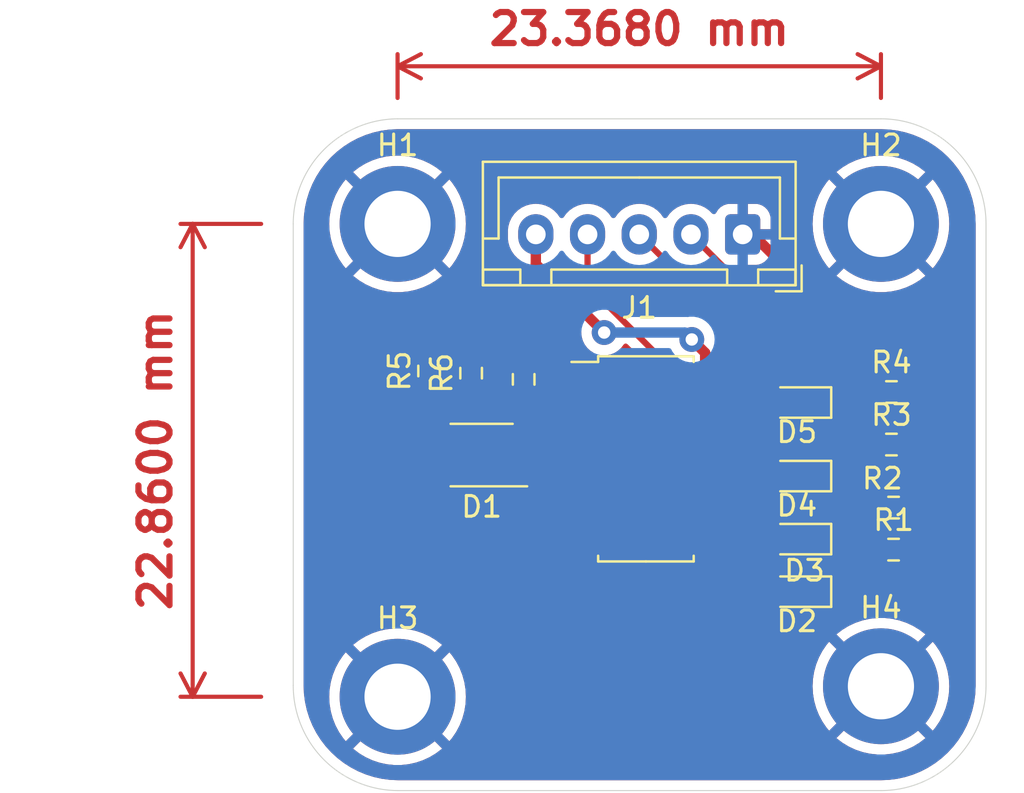
<source format=kicad_pcb>
(kicad_pcb (version 20221018) (generator pcbnew)
  (layers (0 "F.Cu" signal) (31 "B.Cu" signal) (34 "B.Paste" user) (35 "F.Paste" user) (36 "B.SilkS" user "B.Silkscreen") (37 "F.SilkS" user "F.Silkscreen") (38 "B.Mask" user) (39 "F.Mask" user) (44 "Edge.Cuts" user))
  (net 0 "")
  (net 1 "Net-(D1-RK)")
  (net 2 "Net-(D1-6)")
  (net 3 "Net-(D1-GK-Pad4)")
  (net 4 "Net-(D1-BA)")
  (net 5 "Net-(D2-K)")
  (net 6 "Net-(D2-A)")
  (net 7 "Net-(D3-K)")
  (net 8 "Net-(D3-A)")
  (net 9 "Net-(D4-K)")
  (net 10 "Net-(D4-A)")
  (net 11 "Net-(D5-K)")
  (net 12 "Net-(D5-A)")
  (net 13 "GND")
  (net 14 "SCL")
  (net 15 "SDA")
  (net 16 "Net-(U1-LED0)")
  (net 17 "OUTPUT")
  (net 18 "+5V")
  (net 24 "Net-(D1-RA)")
  (footprint "Resistor_SMD:R_0603_1608Metric_Pad0.98x0.95mm_HandSolder" (layer "F.Cu") (at 145.288 71.628)
    (fp_text reference "R4" (at 0 -1.43) (layer "F.SilkS"))
    (fp_text value "100")
    (fp_line (start -0.254724 -0.5225) (end 0.254724 -0.5225) (stroke (width 0.12)) (layer "F.SilkS"))
    (fp_line (start -0.254724 0.5225) (end 0.254724 0.5225) (stroke (width 0.12)) (layer "F.SilkS"))
    (pad "1" smd roundrect (at -0.9125 0) (size 0.975 0.95) (layers "F.Cu" "F.Paste" "F.Mask") (net 11 "Net-(D5-K)"))
    (pad "2" smd roundrect (at 0.9125 0) (size 0.975 0.95) (layers "F.Cu" "F.Paste" "F.Mask") (net 13 "GND"))
  )
  (footprint "LED_SMD:LED_0603_1608Metric_Pad1.05x0.95mm_HandSolder" (layer "F.Cu") (at 140.716 72.136 180)
    (fp_text reference "D5" (at 0 -1.43) (layer "F.SilkS"))
    (fp_text value "LED_4")
    (fp_line (start -1.66 -0.735) (end -1.66 0.735) (stroke (width 0.12)) (layer "F.SilkS"))
    (fp_line (start -1.66 0.735) (end 0.8 0.735) (stroke (width 0.12)) (layer "F.SilkS"))
    (fp_line (start 0.8 -0.735) (end -1.66 -0.735) (stroke (width 0.12)) (layer "F.SilkS"))
    (pad "1" smd roundrect (at -0.875 0 180) (size 1.05 0.95) (layers "F.Cu" "F.Paste" "F.Mask") (net 11 "Net-(D5-K)"))
    (pad "2" smd roundrect (at 0.875 0 180) (size 1.05 0.95) (layers "F.Cu" "F.Paste" "F.Mask") (net 12 "Net-(D5-A)"))
  )
  (footprint "Resistor_SMD:R_0603_1608Metric_Pad0.98x0.95mm_HandSolder" (layer "F.Cu") (at 124.968 70.7155 90)
    (fp_text reference "R6" (at 0 -1.43 90) (layer "F.SilkS"))
    (fp_text value "100")
    (fp_line (start -0.254724 -0.5225) (end 0.254724 -0.5225) (stroke (width 0.12)) (layer "F.SilkS"))
    (fp_line (start -0.254724 0.5225) (end 0.254724 0.5225) (stroke (width 0.12)) (layer "F.SilkS"))
    (pad "1" smd roundrect (at -0.9125 0 90) (size 0.975 0.95) (layers "F.Cu" "F.Paste" "F.Mask") (net 2 "Net-(D1-6)"))
    (pad "2" smd roundrect (at 0.9125 0 90) (size 0.975 0.95) (layers "F.Cu" "F.Paste" "F.Mask") (net 13 "GND"))
  )
  (footprint "Resistor_SMD:R_0603_1608Metric_Pad0.98x0.95mm_HandSolder" (layer "F.Cu") (at 127.508 71.0165 90)
    (fp_text reference "R7" hide)
    (fp_text value "150")
    (fp_line (start -0.254724 -0.5225) (end 0.254724 -0.5225) (stroke (width 0.12)) (layer "F.SilkS"))
    (fp_line (start -0.254724 0.5225) (end 0.254724 0.5225) (stroke (width 0.12)) (layer "F.SilkS"))
    (pad "1" smd roundrect (at -0.9125 0 90) (size 0.975 0.95) (layers "F.Cu" "F.Paste" "F.Mask") (net 1 "Net-(D1-RK)"))
    (pad "2" smd roundrect (at 0.9125 0 90) (size 0.975 0.95) (layers "F.Cu" "F.Paste" "F.Mask") (net 13 "GND"))
  )
  (footprint "Resistor_SMD:R_0603_1608Metric_Pad0.98x0.95mm_HandSolder" (layer "F.Cu") (at 122.936 70.612 90)
    (fp_text reference "R5" (at 0 -1.43 90) (layer "F.SilkS"))
    (fp_text value "100")
    (fp_line (start -0.254724 -0.5225) (end 0.254724 -0.5225) (stroke (width 0.12)) (layer "F.SilkS"))
    (fp_line (start -0.254724 0.5225) (end 0.254724 0.5225) (stroke (width 0.12)) (layer "F.SilkS"))
    (pad "1" smd roundrect (at -0.9125 0 90) (size 0.975 0.95) (layers "F.Cu" "F.Paste" "F.Mask") (net 3 "Net-(D1-GK-Pad4)"))
    (pad "2" smd roundrect (at 0.9125 0 90) (size 0.975 0.95) (layers "F.Cu" "F.Paste" "F.Mask") (net 13 "GND"))
  )
  (footprint "Resistor_SMD:R_0603_1608Metric_Pad0.98x0.95mm_HandSolder" (layer "F.Cu") (at 145.288 74.168)
    (fp_text reference "R3" (at 0 -1.43) (layer "F.SilkS"))
    (fp_text value "100")
    (fp_line (start -0.254724 -0.5225) (end 0.254724 -0.5225) (stroke (width 0.12)) (layer "F.SilkS"))
    (fp_line (start -0.254724 0.5225) (end 0.254724 0.5225) (stroke (width 0.12)) (layer "F.SilkS"))
    (pad "1" smd roundrect (at -0.9125 0) (size 0.975 0.95) (layers "F.Cu" "F.Paste" "F.Mask") (net 9 "Net-(D4-K)"))
    (pad "2" smd roundrect (at 0.9125 0) (size 0.975 0.95) (layers "F.Cu" "F.Paste" "F.Mask") (net 13 "GND"))
  )
  (footprint "Package_SO:TSSOP-28_4.4x9.7mm_P0.65mm" (layer "F.Cu") (at 133.4185 74.859)
    (fp_text reference "U1" hide)
    (fp_text value "PCA9685PW")
    (fp_line (start -2.31 -4.96) (end -2.31 -4.685) (stroke (width 0.12)) (layer "F.SilkS"))
    (fp_line (start -2.31 -4.685) (end -3.6 -4.685) (stroke (width 0.12)) (layer "F.SilkS"))
    (fp_line (start -2.31 4.96) (end -2.31 4.685) (stroke (width 0.12)) (layer "F.SilkS"))
    (fp_line (start 0 -4.96) (end -2.31 -4.96) (stroke (width 0.12)) (layer "F.SilkS"))
    (fp_line (start 0 -4.96) (end 2.31 -4.96) (stroke (width 0.12)) (layer "F.SilkS"))
    (fp_line (start 0 4.96) (end -2.31 4.96) (stroke (width 0.12)) (layer "F.SilkS"))
    (fp_line (start 0 4.96) (end 2.31 4.96) (stroke (width 0.12)) (layer "F.SilkS"))
    (fp_line (start 2.31 -4.96) (end 2.31 -4.685) (stroke (width 0.12)) (layer "F.SilkS"))
    (fp_line (start 2.31 4.96) (end 2.31 4.685) (stroke (width 0.12)) (layer "F.SilkS"))
    (pad "1" smd roundrect (at -2.8625 -4.225) (size 1.475 0.4) (layers "F.Cu" "F.Paste" "F.Mask"))
    (pad "2" smd roundrect (at -2.8625 -3.575) (size 1.475 0.4) (layers "F.Cu" "F.Paste" "F.Mask"))
    (pad "3" smd roundrect (at -2.8625 -2.925) (size 1.475 0.4) (layers "F.Cu" "F.Paste" "F.Mask"))
    (pad "4" smd roundrect (at -2.8625 -2.275) (size 1.475 0.4) (layers "F.Cu" "F.Paste" "F.Mask"))
    (pad "5" smd roundrect (at -2.8625 -1.625) (size 1.475 0.4) (layers "F.Cu" "F.Paste" "F.Mask"))
    (pad "6" smd roundrect (at -2.8625 -0.975) (size 1.475 0.4) (layers "F.Cu" "F.Paste" "F.Mask") (net 16 "Net-(U1-LED0)"))
    (pad "7" smd roundrect (at -2.8625 -0.325) (size 1.475 0.4) (layers "F.Cu" "F.Paste" "F.Mask") (net 24 "Net-(D1-RA)"))
    (pad "8" smd roundrect (at -2.8625 0.325) (size 1.475 0.4) (layers "F.Cu" "F.Paste" "F.Mask") (net 4 "Net-(D1-BA)"))
    (pad "9" smd roundrect (at -2.8625 0.975) (size 1.475 0.4) (layers "F.Cu" "F.Paste" "F.Mask"))
    (pad "10" smd roundrect (at -2.8625 1.625) (size 1.475 0.4) (layers "F.Cu" "F.Paste" "F.Mask"))
    (pad "11" smd roundrect (at -2.8625 2.275) (size 1.475 0.4) (layers "F.Cu" "F.Paste" "F.Mask"))
    (pad "12" smd roundrect (at -2.8625 2.925) (size 1.475 0.4) (layers "F.Cu" "F.Paste" "F.Mask"))
    (pad "13" smd roundrect (at -2.8625 3.575) (size 1.475 0.4) (layers "F.Cu" "F.Paste" "F.Mask"))
    (pad "14" smd roundrect (at -2.8625 4.225) (size 1.475 0.4) (layers "F.Cu" "F.Paste" "F.Mask") (net 13 "GND"))
    (pad "15" smd roundrect (at 2.8625 4.225) (size 1.475 0.4) (layers "F.Cu" "F.Paste" "F.Mask") (net 6 "Net-(D2-A)"))
    (pad "16" smd roundrect (at 2.8625 3.575) (size 1.475 0.4) (layers "F.Cu" "F.Paste" "F.Mask"))
    (pad "17" smd roundrect (at 2.8625 2.925) (size 1.475 0.4) (layers "F.Cu" "F.Paste" "F.Mask") (net 8 "Net-(D3-A)"))
    (pad "18" smd roundrect (at 2.8625 2.275) (size 1.475 0.4) (layers "F.Cu" "F.Paste" "F.Mask"))
    (pad "19" smd roundrect (at 2.8625 1.625) (size 1.475 0.4) (layers "F.Cu" "F.Paste" "F.Mask") (net 10 "Net-(D4-A)"))
    (pad "20" smd roundrect (at 2.8625 0.975) (size 1.475 0.4) (layers "F.Cu" "F.Paste" "F.Mask"))
    (pad "21" smd roundrect (at 2.8625 0.325) (size 1.475 0.4) (layers "F.Cu" "F.Paste" "F.Mask") (net 12 "Net-(D5-A)"))
    (pad "22" smd roundrect (at 2.8625 -0.325) (size 1.475 0.4) (layers "F.Cu" "F.Paste" "F.Mask"))
    (pad "23" smd roundrect (at 2.8625 -0.975) (size 1.475 0.4) (layers "F.Cu" "F.Paste" "F.Mask") (net 17 "OUTPUT"))
    (pad "24" smd roundrect (at 2.8625 -1.625) (size 1.475 0.4) (layers "F.Cu" "F.Paste" "F.Mask"))
    (pad "25" smd roundrect (at 2.8625 -2.275) (size 1.475 0.4) (layers "F.Cu" "F.Paste" "F.Mask"))
    (pad "26" smd roundrect (at 2.8625 -2.925) (size 1.475 0.4) (layers "F.Cu" "F.Paste" "F.Mask") (net 14 "SCL"))
    (pad "27" smd roundrect (at 2.8625 -3.575) (size 1.475 0.4) (layers "F.Cu" "F.Paste" "F.Mask") (net 15 "SDA"))
    (pad "28" smd roundrect (at 2.8625 -4.225) (size 1.475 0.4) (layers "F.Cu" "F.Paste" "F.Mask") (net 18 "+5V"))
  )
  (footprint "Connector_JST:JST_XH_B5B-XH-A_1x05_P2.50mm_Vertical" (layer "F.Cu") (at 138.096 64.008 180)
    (fp_text reference "J1" (at 5 -3.55) (layer "F.SilkS"))
    (fp_text value "Conn_01x05")
    (fp_line (start -2.85 -2.75) (end -2.85 -1.5) (stroke (width 0.12)) (layer "F.SilkS"))
    (fp_line (start -2.56 -2.46) (end -2.56 3.51) (stroke (width 0.12)) (layer "F.SilkS"))
    (fp_line (start -2.56 3.51) (end 12.56 3.51) (stroke (width 0.12)) (layer "F.SilkS"))
    (fp_line (start -2.55 -2.45) (end -2.55 -1.7) (stroke (width 0.12)) (layer "F.SilkS"))
    (fp_line (start -2.55 -1.7) (end -0.75 -1.7) (stroke (width 0.12)) (layer "F.SilkS"))
    (fp_line (start -2.55 -0.2) (end -1.8 -0.2) (stroke (width 0.12)) (layer "F.SilkS"))
    (fp_line (start -1.8 -0.2) (end -1.8 2.75) (stroke (width 0.12)) (layer "F.SilkS"))
    (fp_line (start -1.8 2.75) (end 5 2.75) (stroke (width 0.12)) (layer "F.SilkS"))
    (fp_line (start -1.6 -2.75) (end -2.85 -2.75) (stroke (width 0.12)) (layer "F.SilkS"))
    (fp_line (start -0.75 -2.45) (end -2.55 -2.45) (stroke (width 0.12)) (layer "F.SilkS"))
    (fp_line (start -0.75 -1.7) (end -0.75 -2.45) (stroke (width 0.12)) (layer "F.SilkS"))
    (fp_line (start 0.75 -2.45) (end 0.75 -1.7) (stroke (width 0.12)) (layer "F.SilkS"))
    (fp_line (start 0.75 -1.7) (end 9.25 -1.7) (stroke (width 0.12)) (layer "F.SilkS"))
    (fp_line (start 9.25 -2.45) (end 0.75 -2.45) (stroke (width 0.12)) (layer "F.SilkS"))
    (fp_line (start 9.25 -1.7) (end 9.25 -2.45) (stroke (width 0.12)) (layer "F.SilkS"))
    (fp_line (start 10.75 -2.45) (end 10.75 -1.7) (stroke (width 0.12)) (layer "F.SilkS"))
    (fp_line (start 10.75 -1.7) (end 12.55 -1.7) (stroke (width 0.12)) (layer "F.SilkS"))
    (fp_line (start 11.8 -0.2) (end 11.8 2.75) (stroke (width 0.12)) (layer "F.SilkS"))
    (fp_line (start 11.8 2.75) (end 5 2.75) (stroke (width 0.12)) (layer "F.SilkS"))
    (fp_line (start 12.55 -2.45) (end 10.75 -2.45) (stroke (width 0.12)) (layer "F.SilkS"))
    (fp_line (start 12.55 -1.7) (end 12.55 -2.45) (stroke (width 0.12)) (layer "F.SilkS"))
    (fp_line (start 12.55 -0.2) (end 11.8 -0.2) (stroke (width 0.12)) (layer "F.SilkS"))
    (fp_line (start 12.56 -2.46) (end -2.56 -2.46) (stroke (width 0.12)) (layer "F.SilkS"))
    (fp_line (start 12.56 3.51) (end 12.56 -2.46) (stroke (width 0.12)) (layer "F.SilkS"))
    (pad "1" thru_hole roundrect (at 0 0 180) (size 1.7 1.95) (drill 0.95) (layers "*.Cu" "*.Mask") (roundrect_rratio 0.147059) (net 13 "GND"))
    (pad "2" thru_hole oval (at 2.5 0 180) (size 1.7 1.95) (drill 0.95) (layers "*.Cu" "*.Mask") (net 17 "OUTPUT"))
    (pad "3" thru_hole oval (at 5 0 180) (size 1.7 1.95) (drill 0.95) (layers "*.Cu" "*.Mask") (net 14 "SCL"))
    (pad "4" thru_hole oval (at 7.5 0 180) (size 1.7 1.95) (drill 0.95) (layers "*.Cu" "*.Mask") (net 15 "SDA"))
    (pad "5" thru_hole oval (at 10 0 180) (size 1.7 1.95) (drill 0.95) (layers "*.Cu" "*.Mask") (net 18 "+5V"))
  )
  (footprint "MountingHole:MountingHole_3.2mm_M3_DIN965_Pad" (layer "F.Cu") (at 144.78 85.852)
    (fp_text reference "H4" (at 0 -3.8) (layer "F.SilkS"))
    (fp_text value "MountingHole_Pad")
    (pad "1" thru_hole circle (at 0 0) (size 5.6 5.6) (drill 3.2) (layers "*.Cu" "*.Mask") (net 13 "GND"))
  )
  (footprint "LED_SMD:LED_0603_1608Metric_Pad1.05x0.95mm_HandSolder" (layer "F.Cu") (at 140.716 75.692 180)
    (fp_text reference "D4" (at 0 -1.43) (layer "F.SilkS"))
    (fp_text value "LED_3")
    (fp_line (start -1.66 -0.735) (end -1.66 0.735) (stroke (width 0.12)) (layer "F.SilkS"))
    (fp_line (start -1.66 0.735) (end 0.8 0.735) (stroke (width 0.12)) (layer "F.SilkS"))
    (fp_line (start 0.8 -0.735) (end -1.66 -0.735) (stroke (width 0.12)) (layer "F.SilkS"))
    (pad "1" smd roundrect (at -0.875 0 180) (size 1.05 0.95) (layers "F.Cu" "F.Paste" "F.Mask") (net 9 "Net-(D4-K)"))
    (pad "2" smd roundrect (at 0.875 0 180) (size 1.05 0.95) (layers "F.Cu" "F.Paste" "F.Mask") (net 10 "Net-(D4-A)"))
  )
  (footprint "MountingHole:MountingHole_3.2mm_M3_DIN965_Pad" (layer "F.Cu") (at 144.78 63.5)
    (fp_text reference "H2" (at 0 -3.8) (layer "F.SilkS"))
    (fp_text value "MountingHole_Pad")
    (pad "1" thru_hole circle (at 0 0) (size 5.6 5.6) (drill 3.2) (layers "*.Cu" "*.Mask") (net 13 "GND"))
  )
  (footprint "MountingHole:MountingHole_3.2mm_M3_DIN965_Pad" (layer "F.Cu") (at 121.412 63.5)
    (fp_text reference "H1" (at 0 -3.8) (layer "F.SilkS"))
    (fp_text value "MountingHole_Pad")
    (pad "1" thru_hole circle (at 0 0) (size 5.6 5.6) (drill 3.2) (layers "*.Cu" "*.Mask") (net 13 "GND"))
  )
  (footprint "LED_SMD:LED_Avago_PLCC6_3x2.8mm" (layer "F.Cu") (at 125.476 74.676 180)
    (fp_text reference "D1" (at 0 -2.5) (layer "F.SilkS"))
    (fp_text value "LED_RGB")
    (fp_line (start -2.2 -1.51) (end 1.5 -1.51) (stroke (width 0.12)) (layer "F.SilkS"))
    (fp_line (start -1.5 1.51) (end 1.5 1.51) (stroke (width 0.12)) (layer "F.SilkS"))
    (pad "1" smd rect (at -1.475 -0.9 180) (size 1.6 0.5) (layers "F.Cu" "F.Paste" "F.Mask") (net 24 "Net-(D1-RA)"))
    (pad "2" smd rect (at -1.475 0 180) (size 1.6 0.5) (layers "F.Cu" "F.Paste" "F.Mask") (net 1 "Net-(D1-RK)"))
    (pad "3" smd rect (at -1.475 0.9 180) (size 1.6 0.5) (layers "F.Cu" "F.Paste" "F.Mask") (net 2 "Net-(D1-6)"))
    (pad "4" smd rect (at 1.475 0.9 180) (size 1.6 0.5) (layers "F.Cu" "F.Paste" "F.Mask") (net 3 "Net-(D1-GK-Pad4)"))
    (pad "5" smd rect (at 1.475 0 180) (size 1.6 0.5) (layers "F.Cu" "F.Paste" "F.Mask") (net 4 "Net-(D1-BA)"))
    (pad "6" smd rect (at 1.475 -0.9 180) (size 1.6 0.5) (layers "F.Cu" "F.Paste" "F.Mask"))
  )
  (footprint "Resistor_SMD:R_0603_1608Metric_Pad0.98x0.95mm_HandSolder" (layer "F.Cu") (at 145.3915 77.216)
    (fp_text reference "R2" (at -0.544 -1.404) (layer "F.SilkS"))
    (fp_text value "100")
    (fp_line (start -0.254724 -0.5225) (end 0.254724 -0.5225) (stroke (width 0.12)) (layer "F.SilkS"))
    (fp_line (start -0.254724 0.5225) (end 0.254724 0.5225) (stroke (width 0.12)) (layer "F.SilkS"))
    (pad "1" smd roundrect (at -0.9125 0) (size 0.975 0.95) (layers "F.Cu" "F.Paste" "F.Mask") (net 7 "Net-(D3-K)"))
    (pad "2" smd roundrect (at 0.9125 0) (size 0.975 0.95) (layers "F.Cu" "F.Paste" "F.Mask") (net 13 "GND"))
  )
  (footprint "LED_SMD:LED_0603_1608Metric_Pad1.05x0.95mm_HandSolder" (layer "F.Cu") (at 140.716 81.28 180)
    (fp_text reference "D2" (at 0 -1.43) (layer "F.SilkS"))
    (fp_text value "LED_1")
    (fp_line (start -1.66 -0.735) (end -1.66 0.735) (stroke (width 0.12)) (layer "F.SilkS"))
    (fp_line (start -1.66 0.735) (end 0.8 0.735) (stroke (width 0.12)) (layer "F.SilkS"))
    (fp_line (start 0.8 -0.735) (end -1.66 -0.735) (stroke (width 0.12)) (layer "F.SilkS"))
    (pad "1" smd roundrect (at -0.875 0 180) (size 1.05 0.95) (layers "F.Cu" "F.Paste" "F.Mask") (net 5 "Net-(D2-K)"))
    (pad "2" smd roundrect (at 0.875 0 180) (size 1.05 0.95) (layers "F.Cu" "F.Paste" "F.Mask") (net 6 "Net-(D2-A)"))
  )
  (footprint "LED_SMD:LED_0603_1608Metric_Pad1.05x0.95mm_HandSolder" (layer "F.Cu") (at 140.716 78.74 180)
    (fp_text reference "D3" (at -0.367 -1.524) (layer "F.SilkS"))
    (fp_text value "LED_2")
    (fp_line (start -1.66 -0.735) (end -1.66 0.735) (stroke (width 0.12)) (layer "F.SilkS"))
    (fp_line (start -1.66 0.735) (end 0.8 0.735) (stroke (width 0.12)) (layer "F.SilkS"))
    (fp_line (start 0.8 -0.735) (end -1.66 -0.735) (stroke (width 0.12)) (layer "F.SilkS"))
    (pad "1" smd roundrect (at -0.875 0 180) (size 1.05 0.95) (layers "F.Cu" "F.Paste" "F.Mask") (net 7 "Net-(D3-K)"))
    (pad "2" smd roundrect (at 0.875 0 180) (size 1.05 0.95) (layers "F.Cu" "F.Paste" "F.Mask") (net 8 "Net-(D3-A)"))
  )
  (footprint "MountingHole:MountingHole_3.2mm_M3_DIN965_Pad" (layer "F.Cu") (at 121.412 86.36)
    (fp_text reference "H3" (at 0 -3.8) (layer "F.SilkS"))
    (fp_text value "MountingHole_Pad")
    (pad "1" thru_hole circle (at 0 0) (size 5.6 5.6) (drill 3.2) (layers "*.Cu" "*.Mask") (net 13 "GND"))
  )
  (footprint "Resistor_SMD:R_0603_1608Metric_Pad0.98x0.95mm_HandSolder" (layer "F.Cu") (at 145.3915 79.248)
    (fp_text reference "R1" (at 0 -1.43) (layer "F.SilkS"))
    (fp_text value "100")
    (fp_line (start -0.254724 -0.5225) (end 0.254724 -0.5225) (stroke (width 0.12)) (layer "F.SilkS"))
    (fp_line (start -0.254724 0.5225) (end 0.254724 0.5225) (stroke (width 0.12)) (layer "F.SilkS"))
    (pad "1" smd roundrect (at -0.9125 0) (size 0.975 0.95) (layers "F.Cu" "F.Paste" "F.Mask") (net 5 "Net-(D2-K)"))
    (pad "2" smd roundrect (at 0.9125 0) (size 0.975 0.95) (layers "F.Cu" "F.Paste" "F.Mask") (net 13 "GND"))
  )
  (gr_line (start 144.78 90.895898) (end 121.448102 90.895898) (stroke (width 0.05)) (layer "Edge.Cuts"))
  (gr_line (start 144.78 58.42) (end 121.412 58.42) (stroke (width 0.05)) (layer "Edge.Cuts"))
  (gr_arc (start 121.448102 90.895898) (mid 117.856 89.408) (end 116.368102 85.815898) (stroke (width 0.05)) (layer "Edge.Cuts"))
  (gr_arc (start 149.86 85.852) (mid 148.359406 89.420833) (end 144.78 90.896026) (stroke (width 0.05)) (layer "Edge.Cuts"))
  (gr_line (start 116.368102 63.5) (end 116.368102 85.815898) (stroke (width 0.05)) (layer "Edge.Cuts"))
  (gr_arc (start 144.78 58.42) (mid 148.372102 59.907898) (end 149.86 63.5) (stroke (width 0.05)) (layer "Edge.Cuts"))
  (gr_arc (start 116.367974 63.5) (mid 117.843168 59.920594) (end 121.412 58.42) (stroke (width 0.05)) (layer "Edge.Cuts"))
  (gr_line (start 149.86 63.5) (end 149.86 85.852) (stroke (width 0.05)) (layer "Edge.Cuts"))
  (dimension (type aligned) (layer "F.Cu") (pts (xy 121.412 57.912) (xy 144.78 57.912)) (height -2.032) (gr_text "23,3680 mm" (at 133.096 54.08) (layer "F.Cu") (effects (font (size 1.5 1.5) (thickness 0.3)))) (format (prefix "") (suffix "") (units 3) (units_format 1) (precision 4)) (style (thickness 0.2) (arrow_length 1.27) (text_position_mode 0) (extension_height 0.58642) (extension_offset 0.5) keep_text_aligned))
  (dimension (type aligned) (layer "F.Cu") (pts (xy 115.316 63.5) (xy 115.316 86.36)) (height 3.809999) (gr_text "22,8600 mm" (at 109.706001 74.93 90) (layer "F.Cu") (effects (font (size 1.5 1.5) (thickness 0.3)))) (format (prefix "") (suffix "") (units 3) (units_format 1) (precision 4)) (style (thickness 0.2) (arrow_length 1.27) (text_position_mode 0) (extension_height 0.58642) (extension_offset 0.5) keep_text_aligned))
  (segment (start 128.051 74.676) (end 128.524 74.203) (width 0.3) (layer "F.Cu") (net 1))
  (segment (start 128.524 74.203) (end 128.524 72.945) (width 0.3) (layer "F.Cu") (net 1))
  (segment (start 128.524 72.945) (end 127.508 71.929) (width 0.3) (layer "F.Cu") (net 1))
  (segment (start 126.951 74.676) (end 128.051 74.676) (width 0.3) (layer "F.Cu") (net 1))
  (segment (start 126.951 73.776) (end 126.951 73.611) (width 0.3) (layer "F.Cu") (net 2))
  (segment (start 126.951 73.611) (end 124.968 71.628) (width 0.3) (layer "F.Cu") (net 2))
  (segment (start 124.001 72.5895) (end 122.936 71.5245) (width 0.3) (layer "F.Cu") (net 3))
  (segment (start 124.001 73.776) (end 124.001 72.5895) (width 0.3) (layer "F.Cu") (net 3))
  (segment (start 128.598683 76.276) (end 129.690683 75.184) (width 0.3) (layer "F.Cu") (net 4))
  (segment (start 122.751 76.015) (end 123.012 76.276) (width 0.3) (layer "F.Cu") (net 4))
  (segment (start 129.690683 75.184) (end 130.556 75.184) (width 0.3) (layer "F.Cu") (net 4))
  (segment (start 124.001 74.676) (end 122.901 74.676) (width 0.3) (layer "F.Cu") (net 4))
  (segment (start 123.012 76.276) (end 128.598683 76.276) (width 0.3) (layer "F.Cu") (net 4))
  (segment (start 122.751 74.826) (end 122.751 76.015) (width 0.3) (layer "F.Cu") (net 4))
  (segment (start 122.901 74.676) (end 122.751 74.826) (width 0.3) (layer "F.Cu") (net 4))
  (segment (start 142.447 81.28) (end 144.479 79.248) (width 0.3) (layer "F.Cu") (net 5))
  (segment (start 141.591 81.28) (end 142.447 81.28) (width 0.3) (layer "F.Cu") (net 5))
  (segment (start 139.841 81.28) (end 138.477 81.28) (width 0.3) (layer "F.Cu") (net 6))
  (segment (start 138.477 81.28) (end 136.281 79.084) (width 0.3) (layer "F.Cu") (net 6))
  (segment (start 142.955 78.74) (end 144.479 77.216) (width 0.3) (layer "F.Cu") (net 7))
  (segment (start 141.591 78.74) (end 142.955 78.74) (width 0.3) (layer "F.Cu") (net 7))
  (segment (start 139.841 78.74) (end 138.885 77.784) (width 0.3) (layer "F.Cu") (net 8))
  (segment (start 138.885 77.784) (end 136.281 77.784) (width 0.3) (layer "F.Cu") (net 8))
  (segment (start 141.591 75.692) (end 142.8515 75.692) (width 0.3) (layer "F.Cu") (net 9))
  (segment (start 142.8515 75.692) (end 144.3755 74.168) (width 0.3) (layer "F.Cu") (net 9))
  (segment (start 139.049 76.484) (end 136.281 76.484) (width 0.3) (layer "F.Cu") (net 10))
  (segment (start 139.841 75.692) (end 139.049 76.484) (width 0.3) (layer "F.Cu") (net 10))
  (segment (start 143.8675 72.136) (end 144.3755 71.628) (width 0.3) (layer "F.Cu") (net 11))
  (segment (start 141.591 72.136) (end 143.8675 72.136) (width 0.3) (layer "F.Cu") (net 11))
  (segment (start 139.841 72.136) (end 139.841 72.843528) (width 0.3) (layer "F.Cu") (net 12))
  (segment (start 139.841 72.843528) (end 137.500528 75.184) (width 0.3) (layer "F.Cu") (net 12))
  (segment (start 137.500528 75.184) (end 136.281 75.184) (width 0.3) (layer "F.Cu") (net 12))
  (segment (start 126.23205 80.486) (end 121.911 76.16495) (width 0.5) (layer "F.Cu") (net 13))
  (segment (start 127.508 70.104) (end 125.269 70.104) (width 0.5) (layer "F.Cu") (net 13))
  (segment (start 146.2005 77.1125) (end 146.304 77.216) (width 0.5) (layer "F.Cu") (net 13))
  (segment (start 124.968 69.803) (end 123.0395 69.803) (width 0.5) (layer "F.Cu") (net 13))
  (segment (start 121.911 76.16495) (end 121.911 70.7245) (width 0.5) (layer "F.Cu") (net 13))
  (segment (start 131.858 80.486) (end 130.556 79.184) (width 0.5) (layer "F.Cu") (net 13))
  (segment (start 131.858 80.486) (end 126.23205 80.486) (width 0.5) (layer "F.Cu") (net 13))
  (segment (start 125.269 70.104) (end 124.968 69.803) (width 0.5) (layer "F.Cu") (net 13))
  (segment (start 138.096 64.008) (end 138.5805 64.008) (width 0.5) (layer "F.Cu") (net 13))
  (segment (start 123.0395 69.803) (end 122.936 69.6995) (width 0.5) (layer "F.Cu") (net 13))
  (segment (start 146.304 79.248) (end 143.247 82.305) (width 0.5) (layer "F.Cu") (net 13))
  (segment (start 146.2005 71.628) (end 146.2005 74.168) (width 0.5) (layer "F.Cu") (net 13))
  (segment (start 133.677 82.305) (end 131.858 80.486) (width 0.5) (layer "F.Cu") (net 13))
  (segment (start 121.911 70.7245) (end 122.936 69.6995) (width 0.5) (layer "F.Cu") (net 13))
  (segment (start 146.304 77.216) (end 146.304 79.248) (width 0.5) (layer "F.Cu") (net 13))
  (segment (start 138.5805 64.008) (end 146.2005 71.628) (width 0.5) (layer "F.Cu") (net 13))
  (segment (start 143.247 82.305) (end 133.677 82.305) (width 0.5) (layer "F.Cu") (net 13))
  (segment (start 146.2005 74.168) (end 146.2005 77.1125) (width 0.5) (layer "F.Cu") (net 13))
  (segment (start 133.096 64.008) (end 138.084 68.996) (width 0.3) (layer "F.Cu") (net 14))
  (segment (start 137.354158 71.934) (end 136.281 71.934) (width 0.3) (layer "F.Cu") (net 14))
  (segment (start 138.084 71.204158) (end 137.354158 71.934) (width 0.3) (layer "F.Cu") (net 14))
  (segment (start 138.084 68.996) (end 138.084 71.204158) (width 0.3) (layer "F.Cu") (net 14))
  (segment (start 130.596 66.464317) (end 135.415683 71.284) (width 0.3) (layer "F.Cu") (net 15))
  (segment (start 130.596 64.008) (end 130.596 66.464317) (width 0.3) (layer "F.Cu") (net 15))
  (segment (start 135.415683 71.284) (end 136.281 71.284) (width 0.3) (layer "F.Cu") (net 15))
  (segment (start 135.596 64.008) (end 138.684 67.096) (width 0.3) (layer "F.Cu") (net 17))
  (segment (start 138.684 73.152) (end 137.952 73.884) (width 0.3) (layer "F.Cu") (net 17))
  (segment (start 137.952 73.884) (end 136.281 73.884) (width 0.3) (layer "F.Cu") (net 17))
  (segment (start 138.684 67.096) (end 138.684 73.152) (width 0.3) (layer "F.Cu") (net 17))
  (segment (start 135.636 69.088) (end 136.281 69.733) (width 0.5) (layer "F.Cu") (net 18))
  (segment (start 136.281 69.733) (end 136.281 70.534) (width 0.5) (layer "F.Cu") (net 18))
  (segment (start 128.096 64.008) (end 128.096 65.448535) (width 0.5) (layer "F.Cu") (net 18))
  (segment (start 128.096 65.448535) (end 131.399732 68.752267) (width 0.5) (layer "F.Cu") (net 18))
  (via (at 131.399732 68.752267) (size 1.2) (drill 0.6) (layers "F.Cu" "B.Cu") (net 18))
  (via (at 135.636 69.088) (size 1.2) (drill 0.6) (layers "F.Cu" "B.Cu") (net 18))
  (segment (start 131.399732 68.752267) (end 135.300267 68.752267) (width 0.5) (layer "B.Cu") (net 18))
  (segment (start 135.300267 68.752267) (end 135.636 69.088) (width 0.5) (layer "B.Cu") (net 18))
  (segment (start 129.041528 74.534) (end 130.556 74.534) (width 0.3) (layer "F.Cu") (net 24))
  (segment (start 126.951 75.576) (end 127.999528 75.576) (width 0.3) (layer "F.Cu") (net 24))
  (segment (start 127.999528 75.576) (end 129.041528 74.534) (width 0.3) (layer "F.Cu") (net 24))
  (zone (net 13) (net_name "GND") (layer "F.Cu") (connect_pads (clearance 0.5)) (min_thickness 0.25) (fill yes (thermal_gap 0.5) (thermal_bridge_width 0.5))
    (polygon (pts (xy 116.332 58.42) (xy 149.86 58.42) (xy 149.86 90.932) (xy 116.332 90.932)))
  )
  (zone (net 13) (net_name "GND") (layer "B.Cu") (priority 1) (connect_pads (clearance 0.5)) (min_thickness 0.25) (fill yes (thermal_gap 0.5) (thermal_bridge_width 0.5))
    (polygon (pts (xy 116.332 58.42) (xy 149.86 58.42) (xy 149.86 90.932) (xy 116.332 90.932)))
  )
)
</source>
